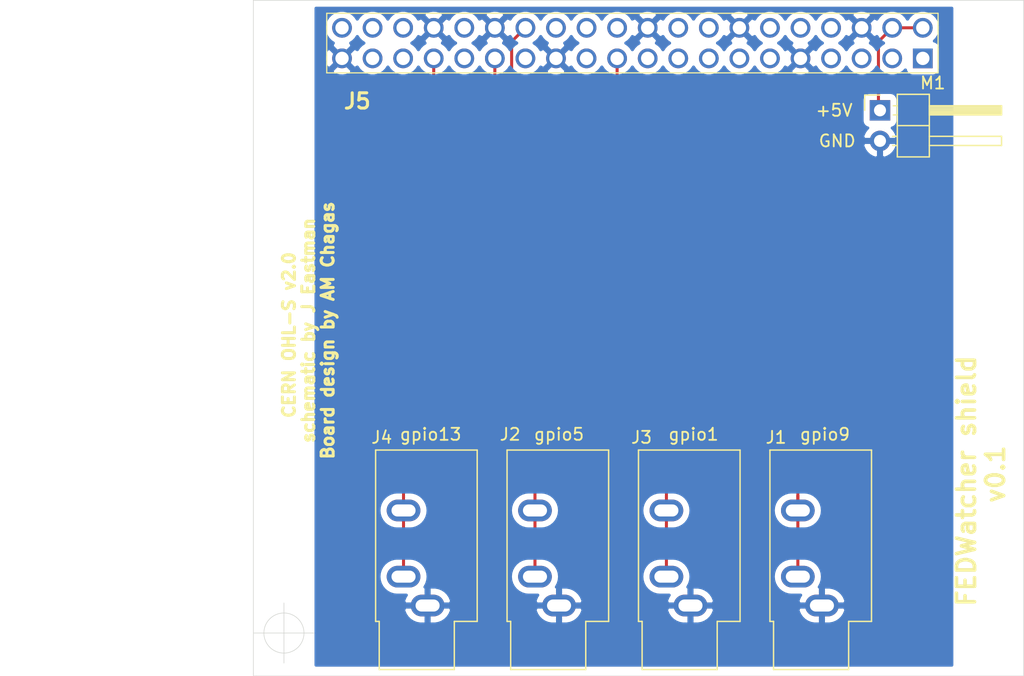
<source format=kicad_pcb>
(kicad_pcb (version 20171130) (host pcbnew 5.1.10-88a1d61d58~90~ubuntu20.04.1)

  (general
    (thickness 1.6)
    (drawings 14)
    (tracks 23)
    (zones 0)
    (modules 6)
    (nets 33)
  )

  (page A4)
  (layers
    (0 F.Cu signal)
    (31 B.Cu signal)
    (32 B.Adhes user)
    (33 F.Adhes user)
    (34 B.Paste user)
    (35 F.Paste user)
    (36 B.SilkS user)
    (37 F.SilkS user)
    (38 B.Mask user)
    (39 F.Mask user)
    (40 Dwgs.User user)
    (41 Cmts.User user)
    (42 Eco1.User user)
    (43 Eco2.User user)
    (44 Edge.Cuts user)
    (45 Margin user)
    (46 B.CrtYd user)
    (47 F.CrtYd user)
    (48 B.Fab user)
    (49 F.Fab user)
  )

  (setup
    (last_trace_width 0.25)
    (trace_clearance 0.2)
    (zone_clearance 0.508)
    (zone_45_only no)
    (trace_min 0.2)
    (via_size 0.8)
    (via_drill 0.4)
    (via_min_size 0.4)
    (via_min_drill 0.3)
    (uvia_size 0.3)
    (uvia_drill 0.1)
    (uvias_allowed no)
    (uvia_min_size 0.2)
    (uvia_min_drill 0.1)
    (edge_width 0.05)
    (segment_width 0.2)
    (pcb_text_width 0.3)
    (pcb_text_size 1.5 1.5)
    (mod_edge_width 0.12)
    (mod_text_size 1 1)
    (mod_text_width 0.15)
    (pad_size 1.524 1.524)
    (pad_drill 0.762)
    (pad_to_mask_clearance 0)
    (aux_axis_origin 0 0)
    (grid_origin 55.118 85.09)
    (visible_elements FFFFFF7F)
    (pcbplotparams
      (layerselection 0x3ffff_ffffffff)
      (usegerberextensions false)
      (usegerberattributes true)
      (usegerberadvancedattributes true)
      (creategerberjobfile true)
      (excludeedgelayer true)
      (linewidth 0.100000)
      (plotframeref false)
      (viasonmask false)
      (mode 1)
      (useauxorigin false)
      (hpglpennumber 1)
      (hpglpenspeed 20)
      (hpglpendiameter 15.000000)
      (psnegative false)
      (psa4output false)
      (plotreference true)
      (plotvalue true)
      (plotinvisibletext false)
      (padsonsilk false)
      (subtractmaskfromsilk false)
      (outputformat 1)
      (mirror false)
      (drillshape 0)
      (scaleselection 1)
      (outputdirectory ""))
  )

  (net 0 "")
  (net 1 jack3)
  (net 2 GND)
  (net 3 jack2)
  (net 4 jack1)
  (net 5 jack4)
  (net 6 "Net-(J5-Pad1)")
  (net 7 +5V)
  (net 8 "Net-(J5-Pad3)")
  (net 9 "Net-(J5-Pad5)")
  (net 10 "Net-(J5-Pad7)")
  (net 11 "Net-(J5-Pad8)")
  (net 12 "Net-(J5-Pad10)")
  (net 13 "Net-(J5-Pad11)")
  (net 14 "Net-(J5-Pad12)")
  (net 15 "Net-(J5-Pad13)")
  (net 16 "Net-(J5-Pad15)")
  (net 17 "Net-(J5-Pad16)")
  (net 18 "Net-(J5-Pad17)")
  (net 19 "Net-(J5-Pad18)")
  (net 20 "Net-(J5-Pad19)")
  (net 21 "Net-(J5-Pad22)")
  (net 22 "Net-(J5-Pad23)")
  (net 23 "Net-(J5-Pad24)")
  (net 24 "Net-(J5-Pad26)")
  (net 25 "Net-(J5-Pad27)")
  (net 26 "Net-(J5-Pad31)")
  (net 27 "Net-(J5-Pad32)")
  (net 28 "Net-(J5-Pad35)")
  (net 29 "Net-(J5-Pad36)")
  (net 30 "Net-(J5-Pad37)")
  (net 31 "Net-(J5-Pad38)")
  (net 32 "Net-(J5-Pad40)")

  (net_class Default "This is the default net class."
    (clearance 0.2)
    (trace_width 0.25)
    (via_dia 0.8)
    (via_drill 0.4)
    (uvia_dia 0.3)
    (uvia_drill 0.1)
    (add_net +5V)
    (add_net GND)
    (add_net "Net-(J5-Pad1)")
    (add_net "Net-(J5-Pad10)")
    (add_net "Net-(J5-Pad11)")
    (add_net "Net-(J5-Pad12)")
    (add_net "Net-(J5-Pad13)")
    (add_net "Net-(J5-Pad15)")
    (add_net "Net-(J5-Pad16)")
    (add_net "Net-(J5-Pad17)")
    (add_net "Net-(J5-Pad18)")
    (add_net "Net-(J5-Pad19)")
    (add_net "Net-(J5-Pad22)")
    (add_net "Net-(J5-Pad23)")
    (add_net "Net-(J5-Pad24)")
    (add_net "Net-(J5-Pad26)")
    (add_net "Net-(J5-Pad27)")
    (add_net "Net-(J5-Pad3)")
    (add_net "Net-(J5-Pad31)")
    (add_net "Net-(J5-Pad32)")
    (add_net "Net-(J5-Pad35)")
    (add_net "Net-(J5-Pad36)")
    (add_net "Net-(J5-Pad37)")
    (add_net "Net-(J5-Pad38)")
    (add_net "Net-(J5-Pad40)")
    (add_net "Net-(J5-Pad5)")
    (add_net "Net-(J5-Pad7)")
    (add_net "Net-(J5-Pad8)")
    (add_net jack1)
    (add_net jack2)
    (add_net jack3)
    (add_net jack4)
  )

  (module Connector_Audio:Jack_3.5mm_CUI_SJ1-3533NG_Horizontal (layer F.Cu) (tedit 5BAD3514) (tstamp 61C0B315)
    (at 99.822 82.804 180)
    (descr "TRS 3.5mm, horizontal, through-hole, https://www.cui.com/product/resource/sj1-353xng.pdf")
    (tags "TRS audio jack stereo horizontal")
    (path /61C53EA3)
    (fp_text reference J1 (at 3.81 13.97) (layer F.SilkS)
      (effects (font (size 1 1) (thickness 0.15)))
    )
    (fp_text value AudioJack3 (at 0.1 14.05) (layer F.Fab)
      (effects (font (size 1 1) (thickness 0.15)))
    )
    (fp_text user %R (at 0.1 3.8) (layer F.Fab)
      (effects (font (size 1 1) (thickness 0.15)))
    )
    (fp_line (start -2.1 -5.2) (end 3.9 -5.2) (layer F.Fab) (width 0.1))
    (fp_line (start 3.9 -5.2) (end 3.9 -1.2) (layer F.Fab) (width 0.1))
    (fp_line (start 3.9 -1.2) (end 4.2 -1.2) (layer F.Fab) (width 0.1))
    (fp_line (start 4.2 -1.2) (end 4.2 12.8) (layer F.Fab) (width 0.1))
    (fp_line (start 4.2 12.8) (end -4 12.8) (layer F.Fab) (width 0.1))
    (fp_line (start -4 12.8) (end -4 -1.2) (layer F.Fab) (width 0.1))
    (fp_line (start -4 -1.2) (end -2.1 -1.2) (layer F.Fab) (width 0.1))
    (fp_line (start -2.1 -1.2) (end -2.1 -5.2) (layer F.Fab) (width 0.1))
    (fp_line (start -2.22 -5.32) (end 4.02 -5.32) (layer F.SilkS) (width 0.12))
    (fp_line (start 4.02 -5.32) (end 4.02 -1.32) (layer F.SilkS) (width 0.12))
    (fp_line (start 4.02 -1.32) (end 4.32 -1.32) (layer F.SilkS) (width 0.12))
    (fp_line (start 4.32 -1.32) (end 4.32 12.92) (layer F.SilkS) (width 0.12))
    (fp_line (start 4.32 12.92) (end -4.12 12.92) (layer F.SilkS) (width 0.12))
    (fp_line (start -4.12 12.92) (end -4.12 -1.32) (layer F.SilkS) (width 0.12))
    (fp_line (start -4.12 -1.32) (end -2.22 -1.32) (layer F.SilkS) (width 0.12))
    (fp_line (start -2.22 -1.32) (end -2.22 -5.32) (layer F.SilkS) (width 0.12))
    (fp_line (start -4.5 -5.7) (end -4.5 13.3) (layer F.CrtYd) (width 0.05))
    (fp_line (start -4.5 13.3) (end 4.7 13.3) (layer F.CrtYd) (width 0.05))
    (fp_line (start 4.7 13.3) (end 4.7 -5.7) (layer F.CrtYd) (width 0.05))
    (fp_line (start 4.7 -5.7) (end -4.5 -5.7) (layer F.CrtYd) (width 0.05))
    (pad R thru_hole oval (at 2 7.9 180) (size 2.8 1.8) (drill oval 2 1) (layers *.Cu *.Mask)
      (net 1 jack3))
    (pad T thru_hole oval (at 2 2.4 180) (size 2.8 1.8) (drill oval 2 1) (layers *.Cu *.Mask)
      (net 1 jack3))
    (pad S thru_hole oval (at 0 0 180) (size 2.8 1.8) (drill oval 2 1) (layers *.Cu *.Mask)
      (net 2 GND))
    (model ${KISYS3DMOD}/Connector_Audio.3dshapes/Jack_3.5mm_CUI_SJ1-3533NG_Horizontal.wrl
      (at (xyz 0 0 0))
      (scale (xyz 1 1 1))
      (rotate (xyz 0 0 0))
    )
  )

  (module Connector_Audio:Jack_3.5mm_CUI_SJ1-3533NG_Horizontal (layer F.Cu) (tedit 5BAD3514) (tstamp 61C0B331)
    (at 77.978 82.804 180)
    (descr "TRS 3.5mm, horizontal, through-hole, https://www.cui.com/product/resource/sj1-353xng.pdf")
    (tags "TRS audio jack stereo horizontal")
    (path /61C546DE)
    (fp_text reference J2 (at 4.064 14.224) (layer F.SilkS)
      (effects (font (size 1 1) (thickness 0.15)))
    )
    (fp_text value AudioJack3 (at -0.709001 4.704999) (layer F.Fab)
      (effects (font (size 1 1) (thickness 0.15)))
    )
    (fp_line (start 4.7 -5.7) (end -4.5 -5.7) (layer F.CrtYd) (width 0.05))
    (fp_line (start 4.7 13.3) (end 4.7 -5.7) (layer F.CrtYd) (width 0.05))
    (fp_line (start -4.5 13.3) (end 4.7 13.3) (layer F.CrtYd) (width 0.05))
    (fp_line (start -4.5 -5.7) (end -4.5 13.3) (layer F.CrtYd) (width 0.05))
    (fp_line (start -2.22 -1.32) (end -2.22 -5.32) (layer F.SilkS) (width 0.12))
    (fp_line (start -4.12 -1.32) (end -2.22 -1.32) (layer F.SilkS) (width 0.12))
    (fp_line (start -4.12 12.92) (end -4.12 -1.32) (layer F.SilkS) (width 0.12))
    (fp_line (start 4.32 12.92) (end -4.12 12.92) (layer F.SilkS) (width 0.12))
    (fp_line (start 4.32 -1.32) (end 4.32 12.92) (layer F.SilkS) (width 0.12))
    (fp_line (start 4.02 -1.32) (end 4.32 -1.32) (layer F.SilkS) (width 0.12))
    (fp_line (start 4.02 -5.32) (end 4.02 -1.32) (layer F.SilkS) (width 0.12))
    (fp_line (start -2.22 -5.32) (end 4.02 -5.32) (layer F.SilkS) (width 0.12))
    (fp_line (start -2.1 -1.2) (end -2.1 -5.2) (layer F.Fab) (width 0.1))
    (fp_line (start -4 -1.2) (end -2.1 -1.2) (layer F.Fab) (width 0.1))
    (fp_line (start -4 12.8) (end -4 -1.2) (layer F.Fab) (width 0.1))
    (fp_line (start 4.2 12.8) (end -4 12.8) (layer F.Fab) (width 0.1))
    (fp_line (start 4.2 -1.2) (end 4.2 12.8) (layer F.Fab) (width 0.1))
    (fp_line (start 3.9 -1.2) (end 4.2 -1.2) (layer F.Fab) (width 0.1))
    (fp_line (start 3.9 -5.2) (end 3.9 -1.2) (layer F.Fab) (width 0.1))
    (fp_line (start -2.1 -5.2) (end 3.9 -5.2) (layer F.Fab) (width 0.1))
    (fp_text user %R (at 0.1 3.8) (layer F.Fab)
      (effects (font (size 1 1) (thickness 0.15)))
    )
    (pad S thru_hole oval (at 0 0 180) (size 2.8 1.8) (drill oval 2 1) (layers *.Cu *.Mask)
      (net 2 GND))
    (pad T thru_hole oval (at 2 2.4 180) (size 2.8 1.8) (drill oval 2 1) (layers *.Cu *.Mask)
      (net 3 jack2))
    (pad R thru_hole oval (at 2 7.9 180) (size 2.8 1.8) (drill oval 2 1) (layers *.Cu *.Mask)
      (net 3 jack2))
    (model ${KISYS3DMOD}/Connector_Audio.3dshapes/Jack_3.5mm_CUI_SJ1-3533NG_Horizontal.wrl
      (at (xyz 0 0 0))
      (scale (xyz 1 1 1))
      (rotate (xyz 0 0 0))
    )
  )

  (module Connector_Audio:Jack_3.5mm_CUI_SJ1-3533NG_Horizontal (layer F.Cu) (tedit 5BAD3514) (tstamp 61C0B34D)
    (at 88.9 82.804 180)
    (descr "TRS 3.5mm, horizontal, through-hole, https://www.cui.com/product/resource/sj1-353xng.pdf")
    (tags "TRS audio jack stereo horizontal")
    (path /61C5505F)
    (fp_text reference J3 (at 4.064 13.97) (layer F.SilkS)
      (effects (font (size 1 1) (thickness 0.15)))
    )
    (fp_text value AudioJack3 (at 0.1 14.05) (layer F.Fab)
      (effects (font (size 1 1) (thickness 0.15)))
    )
    (fp_text user %R (at 0.1 3.8) (layer F.Fab)
      (effects (font (size 1 1) (thickness 0.15)))
    )
    (fp_line (start -2.1 -5.2) (end 3.9 -5.2) (layer F.Fab) (width 0.1))
    (fp_line (start 3.9 -5.2) (end 3.9 -1.2) (layer F.Fab) (width 0.1))
    (fp_line (start 3.9 -1.2) (end 4.2 -1.2) (layer F.Fab) (width 0.1))
    (fp_line (start 4.2 -1.2) (end 4.2 12.8) (layer F.Fab) (width 0.1))
    (fp_line (start 4.2 12.8) (end -4 12.8) (layer F.Fab) (width 0.1))
    (fp_line (start -4 12.8) (end -4 -1.2) (layer F.Fab) (width 0.1))
    (fp_line (start -4 -1.2) (end -2.1 -1.2) (layer F.Fab) (width 0.1))
    (fp_line (start -2.1 -1.2) (end -2.1 -5.2) (layer F.Fab) (width 0.1))
    (fp_line (start -2.22 -5.32) (end 4.02 -5.32) (layer F.SilkS) (width 0.12))
    (fp_line (start 4.02 -5.32) (end 4.02 -1.32) (layer F.SilkS) (width 0.12))
    (fp_line (start 4.02 -1.32) (end 4.32 -1.32) (layer F.SilkS) (width 0.12))
    (fp_line (start 4.32 -1.32) (end 4.32 12.92) (layer F.SilkS) (width 0.12))
    (fp_line (start 4.32 12.92) (end -4.12 12.92) (layer F.SilkS) (width 0.12))
    (fp_line (start -4.12 12.92) (end -4.12 -1.32) (layer F.SilkS) (width 0.12))
    (fp_line (start -4.12 -1.32) (end -2.22 -1.32) (layer F.SilkS) (width 0.12))
    (fp_line (start -2.22 -1.32) (end -2.22 -5.32) (layer F.SilkS) (width 0.12))
    (fp_line (start -4.5 -5.7) (end -4.5 13.3) (layer F.CrtYd) (width 0.05))
    (fp_line (start -4.5 13.3) (end 4.7 13.3) (layer F.CrtYd) (width 0.05))
    (fp_line (start 4.7 13.3) (end 4.7 -5.7) (layer F.CrtYd) (width 0.05))
    (fp_line (start 4.7 -5.7) (end -4.5 -5.7) (layer F.CrtYd) (width 0.05))
    (pad R thru_hole oval (at 2 7.9 180) (size 2.8 1.8) (drill oval 2 1) (layers *.Cu *.Mask)
      (net 4 jack1))
    (pad T thru_hole oval (at 2 2.4 180) (size 2.8 1.8) (drill oval 2 1) (layers *.Cu *.Mask)
      (net 4 jack1))
    (pad S thru_hole oval (at 0 0 180) (size 2.8 1.8) (drill oval 2 1) (layers *.Cu *.Mask)
      (net 2 GND))
    (model ${KISYS3DMOD}/Connector_Audio.3dshapes/Jack_3.5mm_CUI_SJ1-3533NG_Horizontal.wrl
      (at (xyz 0 0 0))
      (scale (xyz 1 1 1))
      (rotate (xyz 0 0 0))
    )
  )

  (module Connector_Audio:Jack_3.5mm_CUI_SJ1-3533NG_Horizontal (layer F.Cu) (tedit 5BAD3514) (tstamp 61C0B369)
    (at 67.056 82.804 180)
    (descr "TRS 3.5mm, horizontal, through-hole, https://www.cui.com/product/resource/sj1-353xng.pdf")
    (tags "TRS audio jack stereo horizontal")
    (path /61C4B35F)
    (fp_text reference J4 (at 3.81 13.97) (layer F.SilkS)
      (effects (font (size 1 1) (thickness 0.15)))
    )
    (fp_text value AudioJack3 (at 0.1 14.05) (layer F.Fab)
      (effects (font (size 1 1) (thickness 0.15)))
    )
    (fp_line (start 4.7 -5.7) (end -4.5 -5.7) (layer F.CrtYd) (width 0.05))
    (fp_line (start 4.7 13.3) (end 4.7 -5.7) (layer F.CrtYd) (width 0.05))
    (fp_line (start -4.5 13.3) (end 4.7 13.3) (layer F.CrtYd) (width 0.05))
    (fp_line (start -4.5 -5.7) (end -4.5 13.3) (layer F.CrtYd) (width 0.05))
    (fp_line (start -2.22 -1.32) (end -2.22 -5.32) (layer F.SilkS) (width 0.12))
    (fp_line (start -4.12 -1.32) (end -2.22 -1.32) (layer F.SilkS) (width 0.12))
    (fp_line (start -4.12 12.92) (end -4.12 -1.32) (layer F.SilkS) (width 0.12))
    (fp_line (start 4.32 12.92) (end -4.12 12.92) (layer F.SilkS) (width 0.12))
    (fp_line (start 4.32 -1.32) (end 4.32 12.92) (layer F.SilkS) (width 0.12))
    (fp_line (start 4.02 -1.32) (end 4.32 -1.32) (layer F.SilkS) (width 0.12))
    (fp_line (start 4.02 -5.32) (end 4.02 -1.32) (layer F.SilkS) (width 0.12))
    (fp_line (start -2.22 -5.32) (end 4.02 -5.32) (layer F.SilkS) (width 0.12))
    (fp_line (start -2.1 -1.2) (end -2.1 -5.2) (layer F.Fab) (width 0.1))
    (fp_line (start -4 -1.2) (end -2.1 -1.2) (layer F.Fab) (width 0.1))
    (fp_line (start -4 12.8) (end -4 -1.2) (layer F.Fab) (width 0.1))
    (fp_line (start 4.2 12.8) (end -4 12.8) (layer F.Fab) (width 0.1))
    (fp_line (start 4.2 -1.2) (end 4.2 12.8) (layer F.Fab) (width 0.1))
    (fp_line (start 3.9 -1.2) (end 4.2 -1.2) (layer F.Fab) (width 0.1))
    (fp_line (start 3.9 -5.2) (end 3.9 -1.2) (layer F.Fab) (width 0.1))
    (fp_line (start -2.1 -5.2) (end 3.9 -5.2) (layer F.Fab) (width 0.1))
    (fp_text user %R (at 0.1 3.8) (layer F.Fab)
      (effects (font (size 1 1) (thickness 0.15)))
    )
    (pad S thru_hole oval (at 0 0 180) (size 2.8 1.8) (drill oval 2 1) (layers *.Cu *.Mask)
      (net 2 GND))
    (pad T thru_hole oval (at 2 2.4 180) (size 2.8 1.8) (drill oval 2 1) (layers *.Cu *.Mask)
      (net 5 jack4))
    (pad R thru_hole oval (at 2 7.9 180) (size 2.8 1.8) (drill oval 2 1) (layers *.Cu *.Mask)
      (net 5 jack4))
    (model ${KISYS3DMOD}/Connector_Audio.3dshapes/Jack_3.5mm_CUI_SJ1-3533NG_Horizontal.wrl
      (at (xyz 0 0 0))
      (scale (xyz 1 1 1))
      (rotate (xyz 0 0 0))
    )
  )

  (module raspberrypi:RASPBERRYPI4B4GB (layer F.Cu) (tedit 0) (tstamp 61C0B3B2)
    (at 108.204 37.338)
    (descr "RASPBERRY PI 4B/4GB")
    (tags Connector)
    (path /61C0945B)
    (fp_text reference J5 (at -46.99 3.556) (layer F.SilkS)
      (effects (font (size 1.27 1.27) (thickness 0.254)))
    )
    (fp_text value RASPBERRY_PI_4B_+_Samtec_ESP-120-33-G-D (at -34.13 23.23) (layer F.SilkS) hide
      (effects (font (size 1.27 1.27) (thickness 0.254)))
    )
    (fp_line (start -76.63 48.23) (end -76.63 -1.77) (layer F.CrtYd) (width 0.1))
    (fp_line (start -73.63 51.23) (end -73.63 51.23) (layer F.CrtYd) (width 0.1))
    (fp_line (start 5.37 51.23) (end -73.63 51.23) (layer F.CrtYd) (width 0.1))
    (fp_line (start 8.37 48.23) (end 8.37 48.23) (layer F.CrtYd) (width 0.1))
    (fp_line (start 8.37 -1.77) (end 8.37 48.23) (layer F.CrtYd) (width 0.1))
    (fp_line (start 5.37 -4.77) (end 5.37 -4.77) (layer F.CrtYd) (width 0.1))
    (fp_line (start -73.63 -4.77) (end 5.37 -4.77) (layer F.CrtYd) (width 0.1))
    (fp_line (start -76.63 -1.77) (end -76.63 -1.77) (layer F.CrtYd) (width 0.1))
    (fp_line (start 0 0) (end 0 0) (layer F.SilkS) (width 0.1))
    (fp_line (start 0 0) (end 0 0) (layer F.SilkS) (width 0.1))
    (fp_line (start 0 0) (end 0 0) (layer F.SilkS) (width 0.1))
    (fp_line (start 0 0) (end 0 0) (layer F.SilkS) (width 0.1))
    (fp_line (start -49.53 1.205) (end -49.53 -3.745) (layer F.SilkS) (width 0.1))
    (fp_line (start 1.27 1.205) (end -49.53 1.205) (layer F.SilkS) (width 0.1))
    (fp_line (start 1.27 -3.745) (end 1.27 1.205) (layer F.SilkS) (width 0.1))
    (fp_line (start -49.53 -3.745) (end 1.27 -3.745) (layer F.SilkS) (width 0.1))
    (fp_line (start 1.27 1.205) (end 1.27 -3.745) (layer F.Fab) (width 0.2))
    (fp_line (start -49.53 1.205) (end 1.27 1.205) (layer F.Fab) (width 0.2))
    (fp_line (start -49.53 -3.745) (end -49.53 1.205) (layer F.Fab) (width 0.2))
    (fp_line (start 1.27 -3.745) (end -49.53 -3.745) (layer F.Fab) (width 0.2))
    (fp_text user %R (at -34.13 23.23) (layer F.Fab)
      (effects (font (size 1.27 1.27) (thickness 0.254)))
    )
    (fp_arc (start -73.63 -1.77) (end -76.63 -1.77) (angle 90) (layer F.CrtYd) (width 0.1))
    (fp_arc (start 5.37 -1.77) (end 5.37 -4.77) (angle 90) (layer F.CrtYd) (width 0.1))
    (fp_arc (start 5.37 48.23) (end 8.37 48.23) (angle 90) (layer F.CrtYd) (width 0.1))
    (fp_arc (start -73.63 48.23) (end -73.63 51.23) (angle 90) (layer F.CrtYd) (width 0.1))
    (pad 1 thru_hole rect (at 0 0) (size 1.64 1.64) (drill 1.11) (layers *.Cu *.Mask)
      (net 6 "Net-(J5-Pad1)"))
    (pad 2 thru_hole circle (at 0 -2.54) (size 1.64 1.64) (drill 1.11) (layers *.Cu *.Mask)
      (net 7 +5V))
    (pad 3 thru_hole circle (at -2.54 0) (size 1.64 1.64) (drill 1.11) (layers *.Cu *.Mask)
      (net 8 "Net-(J5-Pad3)"))
    (pad 4 thru_hole circle (at -2.54 -2.54) (size 1.64 1.64) (drill 1.11) (layers *.Cu *.Mask)
      (net 7 +5V))
    (pad 5 thru_hole circle (at -5.08 0) (size 1.64 1.64) (drill 1.11) (layers *.Cu *.Mask)
      (net 9 "Net-(J5-Pad5)"))
    (pad 6 thru_hole circle (at -5.08 -2.54) (size 1.64 1.64) (drill 1.11) (layers *.Cu *.Mask)
      (net 2 GND))
    (pad 7 thru_hole circle (at -7.62 0) (size 1.64 1.64) (drill 1.11) (layers *.Cu *.Mask)
      (net 10 "Net-(J5-Pad7)"))
    (pad 8 thru_hole circle (at -7.62 -2.54) (size 1.64 1.64) (drill 1.11) (layers *.Cu *.Mask)
      (net 11 "Net-(J5-Pad8)"))
    (pad 9 thru_hole circle (at -10.16 0) (size 1.64 1.64) (drill 1.11) (layers *.Cu *.Mask)
      (net 2 GND))
    (pad 10 thru_hole circle (at -10.16 -2.54) (size 1.64 1.64) (drill 1.11) (layers *.Cu *.Mask)
      (net 12 "Net-(J5-Pad10)"))
    (pad 11 thru_hole circle (at -12.7 0) (size 1.64 1.64) (drill 1.11) (layers *.Cu *.Mask)
      (net 13 "Net-(J5-Pad11)"))
    (pad 12 thru_hole circle (at -12.7 -2.54) (size 1.64 1.64) (drill 1.11) (layers *.Cu *.Mask)
      (net 14 "Net-(J5-Pad12)"))
    (pad 13 thru_hole circle (at -15.24 0) (size 1.64 1.64) (drill 1.11) (layers *.Cu *.Mask)
      (net 15 "Net-(J5-Pad13)"))
    (pad 14 thru_hole circle (at -15.24 -2.54) (size 1.64 1.64) (drill 1.11) (layers *.Cu *.Mask)
      (net 2 GND))
    (pad 15 thru_hole circle (at -17.78 0) (size 1.64 1.64) (drill 1.11) (layers *.Cu *.Mask)
      (net 16 "Net-(J5-Pad15)"))
    (pad 16 thru_hole circle (at -17.78 -2.54) (size 1.64 1.64) (drill 1.11) (layers *.Cu *.Mask)
      (net 17 "Net-(J5-Pad16)"))
    (pad 17 thru_hole circle (at -20.32 0) (size 1.64 1.64) (drill 1.11) (layers *.Cu *.Mask)
      (net 18 "Net-(J5-Pad17)"))
    (pad 18 thru_hole circle (at -20.32 -2.54) (size 1.64 1.64) (drill 1.11) (layers *.Cu *.Mask)
      (net 19 "Net-(J5-Pad18)"))
    (pad 19 thru_hole circle (at -22.86 0) (size 1.64 1.64) (drill 1.11) (layers *.Cu *.Mask)
      (net 20 "Net-(J5-Pad19)"))
    (pad 20 thru_hole circle (at -22.86 -2.54) (size 1.64 1.64) (drill 1.11) (layers *.Cu *.Mask)
      (net 2 GND))
    (pad 21 thru_hole circle (at -25.4 0) (size 1.64 1.64) (drill 1.11) (layers *.Cu *.Mask)
      (net 1 jack3))
    (pad 22 thru_hole circle (at -25.4 -2.54) (size 1.64 1.64) (drill 1.11) (layers *.Cu *.Mask)
      (net 21 "Net-(J5-Pad22)"))
    (pad 23 thru_hole circle (at -27.94 0) (size 1.64 1.64) (drill 1.11) (layers *.Cu *.Mask)
      (net 22 "Net-(J5-Pad23)"))
    (pad 24 thru_hole circle (at -27.94 -2.54) (size 1.64 1.64) (drill 1.11) (layers *.Cu *.Mask)
      (net 23 "Net-(J5-Pad24)"))
    (pad 25 thru_hole circle (at -30.48 0) (size 1.64 1.64) (drill 1.11) (layers *.Cu *.Mask)
      (net 2 GND))
    (pad 26 thru_hole circle (at -30.48 -2.54) (size 1.64 1.64) (drill 1.11) (layers *.Cu *.Mask)
      (net 24 "Net-(J5-Pad26)"))
    (pad 27 thru_hole circle (at -33.02 0) (size 1.64 1.64) (drill 1.11) (layers *.Cu *.Mask)
      (net 25 "Net-(J5-Pad27)"))
    (pad 28 thru_hole circle (at -33.02 -2.54) (size 1.64 1.64) (drill 1.11) (layers *.Cu *.Mask)
      (net 4 jack1))
    (pad 29 thru_hole circle (at -35.56 0) (size 1.64 1.64) (drill 1.11) (layers *.Cu *.Mask)
      (net 3 jack2))
    (pad 30 thru_hole circle (at -35.56 -2.54) (size 1.64 1.64) (drill 1.11) (layers *.Cu *.Mask)
      (net 2 GND))
    (pad 31 thru_hole circle (at -38.1 0) (size 1.64 1.64) (drill 1.11) (layers *.Cu *.Mask)
      (net 26 "Net-(J5-Pad31)"))
    (pad 32 thru_hole circle (at -38.1 -2.54) (size 1.64 1.64) (drill 1.11) (layers *.Cu *.Mask)
      (net 27 "Net-(J5-Pad32)"))
    (pad 33 thru_hole circle (at -40.64 0) (size 1.64 1.64) (drill 1.11) (layers *.Cu *.Mask)
      (net 5 jack4))
    (pad 34 thru_hole circle (at -40.64 -2.54) (size 1.64 1.64) (drill 1.11) (layers *.Cu *.Mask)
      (net 2 GND))
    (pad 35 thru_hole circle (at -43.18 0) (size 1.64 1.64) (drill 1.11) (layers *.Cu *.Mask)
      (net 28 "Net-(J5-Pad35)"))
    (pad 36 thru_hole circle (at -43.18 -2.54) (size 1.64 1.64) (drill 1.11) (layers *.Cu *.Mask)
      (net 29 "Net-(J5-Pad36)"))
    (pad 37 thru_hole circle (at -45.72 0) (size 1.64 1.64) (drill 1.11) (layers *.Cu *.Mask)
      (net 30 "Net-(J5-Pad37)"))
    (pad 38 thru_hole circle (at -45.72 -2.54) (size 1.64 1.64) (drill 1.11) (layers *.Cu *.Mask)
      (net 31 "Net-(J5-Pad38)"))
    (pad 39 thru_hole circle (at -48.26 0) (size 1.64 1.64) (drill 1.11) (layers *.Cu *.Mask)
      (net 2 GND))
    (pad 40 thru_hole circle (at -48.26 -2.54) (size 1.64 1.64) (drill 1.11) (layers *.Cu *.Mask)
      (net 32 "Net-(J5-Pad40)"))
    (pad 41 np_thru_hole circle (at 4.87 -1.27) (size 2.7 0) (drill 2.7) (layers *.Cu *.Mask))
    (pad 42 np_thru_hole circle (at -53.13 -1.27) (size 2.7 0) (drill 2.7) (layers *.Cu *.Mask))
    (pad 43 np_thru_hole circle (at -53.13 47.73) (size 2.7 0) (drill 2.7) (layers *.Cu *.Mask))
    (pad 44 np_thru_hole circle (at 4.87 47.73) (size 2.7 0) (drill 2.7) (layers *.Cu *.Mask))
    (model RASPBERRY_PI_4B_+_Samtec_ESP-120-33-G-D.stp
      (offset (xyz -34.13759943237211 -23.21559871139521 19.53199929467141))
      (scale (xyz 1 1 1))
      (rotate (xyz 90 0 -180))
    )
  )

  (module Connector_PinHeader_2.54mm:PinHeader_1x02_P2.54mm_Horizontal (layer F.Cu) (tedit 59FED5CB) (tstamp 61C0B3E5)
    (at 104.648 41.656)
    (descr "Through hole angled pin header, 1x02, 2.54mm pitch, 6mm pin length, single row")
    (tags "Through hole angled pin header THT 1x02 2.54mm single row")
    (path /61BD2C88)
    (fp_text reference M1 (at 4.385 -2.27) (layer F.SilkS)
      (effects (font (size 1 1) (thickness 0.15)))
    )
    (fp_text value Fan (at 4.385 4.81) (layer F.Fab)
      (effects (font (size 1 1) (thickness 0.15)))
    )
    (fp_line (start 10.55 -1.8) (end -1.8 -1.8) (layer F.CrtYd) (width 0.05))
    (fp_line (start 10.55 4.35) (end 10.55 -1.8) (layer F.CrtYd) (width 0.05))
    (fp_line (start -1.8 4.35) (end 10.55 4.35) (layer F.CrtYd) (width 0.05))
    (fp_line (start -1.8 -1.8) (end -1.8 4.35) (layer F.CrtYd) (width 0.05))
    (fp_line (start -1.27 -1.27) (end 0 -1.27) (layer F.SilkS) (width 0.12))
    (fp_line (start -1.27 0) (end -1.27 -1.27) (layer F.SilkS) (width 0.12))
    (fp_line (start 1.042929 2.92) (end 1.44 2.92) (layer F.SilkS) (width 0.12))
    (fp_line (start 1.042929 2.16) (end 1.44 2.16) (layer F.SilkS) (width 0.12))
    (fp_line (start 10.1 2.92) (end 4.1 2.92) (layer F.SilkS) (width 0.12))
    (fp_line (start 10.1 2.16) (end 10.1 2.92) (layer F.SilkS) (width 0.12))
    (fp_line (start 4.1 2.16) (end 10.1 2.16) (layer F.SilkS) (width 0.12))
    (fp_line (start 1.44 1.27) (end 4.1 1.27) (layer F.SilkS) (width 0.12))
    (fp_line (start 1.11 0.38) (end 1.44 0.38) (layer F.SilkS) (width 0.12))
    (fp_line (start 1.11 -0.38) (end 1.44 -0.38) (layer F.SilkS) (width 0.12))
    (fp_line (start 4.1 0.28) (end 10.1 0.28) (layer F.SilkS) (width 0.12))
    (fp_line (start 4.1 0.16) (end 10.1 0.16) (layer F.SilkS) (width 0.12))
    (fp_line (start 4.1 0.04) (end 10.1 0.04) (layer F.SilkS) (width 0.12))
    (fp_line (start 4.1 -0.08) (end 10.1 -0.08) (layer F.SilkS) (width 0.12))
    (fp_line (start 4.1 -0.2) (end 10.1 -0.2) (layer F.SilkS) (width 0.12))
    (fp_line (start 4.1 -0.32) (end 10.1 -0.32) (layer F.SilkS) (width 0.12))
    (fp_line (start 10.1 0.38) (end 4.1 0.38) (layer F.SilkS) (width 0.12))
    (fp_line (start 10.1 -0.38) (end 10.1 0.38) (layer F.SilkS) (width 0.12))
    (fp_line (start 4.1 -0.38) (end 10.1 -0.38) (layer F.SilkS) (width 0.12))
    (fp_line (start 4.1 -1.33) (end 1.44 -1.33) (layer F.SilkS) (width 0.12))
    (fp_line (start 4.1 3.87) (end 4.1 -1.33) (layer F.SilkS) (width 0.12))
    (fp_line (start 1.44 3.87) (end 4.1 3.87) (layer F.SilkS) (width 0.12))
    (fp_line (start 1.44 -1.33) (end 1.44 3.87) (layer F.SilkS) (width 0.12))
    (fp_line (start 4.04 2.86) (end 10.04 2.86) (layer F.Fab) (width 0.1))
    (fp_line (start 10.04 2.22) (end 10.04 2.86) (layer F.Fab) (width 0.1))
    (fp_line (start 4.04 2.22) (end 10.04 2.22) (layer F.Fab) (width 0.1))
    (fp_line (start -0.32 2.86) (end 1.5 2.86) (layer F.Fab) (width 0.1))
    (fp_line (start -0.32 2.22) (end -0.32 2.86) (layer F.Fab) (width 0.1))
    (fp_line (start -0.32 2.22) (end 1.5 2.22) (layer F.Fab) (width 0.1))
    (fp_line (start 4.04 0.32) (end 10.04 0.32) (layer F.Fab) (width 0.1))
    (fp_line (start 10.04 -0.32) (end 10.04 0.32) (layer F.Fab) (width 0.1))
    (fp_line (start 4.04 -0.32) (end 10.04 -0.32) (layer F.Fab) (width 0.1))
    (fp_line (start -0.32 0.32) (end 1.5 0.32) (layer F.Fab) (width 0.1))
    (fp_line (start -0.32 -0.32) (end -0.32 0.32) (layer F.Fab) (width 0.1))
    (fp_line (start -0.32 -0.32) (end 1.5 -0.32) (layer F.Fab) (width 0.1))
    (fp_line (start 1.5 -0.635) (end 2.135 -1.27) (layer F.Fab) (width 0.1))
    (fp_line (start 1.5 3.81) (end 1.5 -0.635) (layer F.Fab) (width 0.1))
    (fp_line (start 4.04 3.81) (end 1.5 3.81) (layer F.Fab) (width 0.1))
    (fp_line (start 4.04 -1.27) (end 4.04 3.81) (layer F.Fab) (width 0.1))
    (fp_line (start 2.135 -1.27) (end 4.04 -1.27) (layer F.Fab) (width 0.1))
    (fp_text user %R (at 4.318 0.508 90) (layer F.Fab)
      (effects (font (size 1 1) (thickness 0.15)))
    )
    (pad 1 thru_hole rect (at 0 0) (size 1.7 1.7) (drill 1) (layers *.Cu *.Mask)
      (net 7 +5V))
    (pad 2 thru_hole oval (at 0 2.54) (size 1.7 1.7) (drill 1) (layers *.Cu *.Mask)
      (net 2 GND))
    (model ${KISYS3DMOD}/Connector_PinHeader_2.54mm.3dshapes/PinHeader_1x02_P2.54mm_Horizontal.wrl
      (at (xyz 0 0 0))
      (scale (xyz 1 1 1))
      (rotate (xyz 0 0 0))
    )
  )

  (gr_text "CERN OHL-S v2.0 \nschematic by J Eastman\nBoard design by AM Chagas" (at 57.15 59.944 90) (layer F.SilkS) (tstamp 61C0F68B)
    (effects (font (size 1 1) (thickness 0.25)))
  )
  (gr_text "GND\n" (at 101.092 44.196) (layer F.SilkS)
    (effects (font (size 1 1) (thickness 0.15)))
  )
  (gr_text +5V (at 100.838 41.656) (layer F.SilkS)
    (effects (font (size 1 1) (thickness 0.15)))
  )
  (gr_text "FEDWatcher shield \nv0.1" (at 113.03 71.882 90) (layer F.SilkS)
    (effects (font (size 1.5 1.5) (thickness 0.3)))
  )
  (gr_text gpio9 (at 100.076 68.58) (layer F.SilkS)
    (effects (font (size 1 1) (thickness 0.15)))
  )
  (gr_text gpio13 (at 67.31 68.58) (layer F.SilkS)
    (effects (font (size 1 1) (thickness 0.15)))
  )
  (gr_text "gpio5\n" (at 77.978 68.58) (layer F.SilkS)
    (effects (font (size 1 1) (thickness 0.15)))
  )
  (gr_text gpio1 (at 89.154 68.58) (layer F.SilkS)
    (effects (font (size 1 1) (thickness 0.15)))
  )
  (gr_line (start 52.578 88.646) (end 52.832 88.646) (layer Edge.Cuts) (width 0.05) (tstamp 61C0CC19))
  (gr_line (start 52.578 88.646) (end 52.578 32.512) (layer Edge.Cuts) (width 0.05))
  (gr_line (start 116.586 88.646) (end 52.832 88.646) (layer Edge.Cuts) (width 0.05))
  (gr_line (start 116.586 32.512) (end 116.586 88.646) (layer Edge.Cuts) (width 0.05))
  (gr_line (start 52.578 32.512) (end 116.586 32.512) (layer Edge.Cuts) (width 0.05))
  (target plus (at 55.118 85.09) (size 5) (width 0.05) (layer Edge.Cuts))

  (segment (start 82.804 58.362) (end 97.822 73.38) (width 0.25) (layer F.Cu) (net 1))
  (segment (start 82.804 37.338) (end 82.804 58.362) (width 0.25) (layer F.Cu) (net 1))
  (segment (start 97.822 78.88) (end 97.822 80.404) (width 0.25) (layer F.Cu) (net 1))
  (segment (start 97.822 74.904) (end 97.822 73.692) (width 0.25) (layer F.Cu) (net 1))
  (segment (start 97.822 73.692) (end 97.822 78.88) (width 0.25) (layer F.Cu) (net 1))
  (segment (start 97.822 73.38) (end 97.822 73.692) (width 0.25) (layer F.Cu) (net 1))
  (segment (start 72.644 70.046) (end 75.978 73.38) (width 0.25) (layer F.Cu) (net 3))
  (segment (start 72.644 37.338) (end 72.644 70.046) (width 0.25) (layer F.Cu) (net 3))
  (segment (start 75.978 78.88) (end 75.978 73.38) (width 0.25) (layer F.Cu) (net 3))
  (segment (start 75.978 78.88) (end 75.978 80.404) (width 0.25) (layer F.Cu) (net 3))
  (segment (start 74.038999 60.518999) (end 86.9 73.38) (width 0.25) (layer F.Cu) (net 4))
  (segment (start 74.038999 35.943001) (end 74.038999 60.518999) (width 0.25) (layer F.Cu) (net 4))
  (segment (start 75.184 34.798) (end 74.038999 35.943001) (width 0.25) (layer F.Cu) (net 4))
  (segment (start 86.9 73.38) (end 86.9 78.88) (width 0.25) (layer F.Cu) (net 4))
  (segment (start 86.9 78.88) (end 86.9 80.404) (width 0.25) (layer F.Cu) (net 4))
  (segment (start 67.564 70.872) (end 65.056 73.38) (width 0.25) (layer F.Cu) (net 5))
  (segment (start 67.564 37.338) (end 67.564 70.872) (width 0.25) (layer F.Cu) (net 5))
  (segment (start 65.056 73.38) (end 65.056 78.88) (width 0.25) (layer F.Cu) (net 5))
  (segment (start 65.056 78.88) (end 65.056 80.404) (width 0.25) (layer F.Cu) (net 5))
  (segment (start 105.664 34.798) (end 108.204 34.798) (width 0.25) (layer F.Cu) (net 7))
  (segment (start 104.518999 41.526999) (end 104.648 41.656) (width 0.25) (layer F.Cu) (net 7))
  (segment (start 104.518999 35.943001) (end 104.518999 41.526999) (width 0.25) (layer F.Cu) (net 7))
  (segment (start 105.664 34.798) (end 104.518999 35.943001) (width 0.25) (layer F.Cu) (net 7))

  (zone (net 2) (net_name GND) (layer B.Cu) (tstamp 61C0FFDD) (hatch edge 0.508)
    (connect_pads (clearance 0.508))
    (min_thickness 0.254)
    (fill yes (arc_segments 32) (thermal_gap 0.508) (thermal_bridge_width 0.508))
    (polygon
      (pts
        (xy 110.744 87.884) (xy 57.658 87.884) (xy 57.658 33.02) (xy 110.744 33.02)
      )
    )
    (filled_polygon
      (pts
        (xy 110.617 87.757) (xy 57.785 87.757) (xy 57.785 83.16874) (xy 65.064964 83.16874) (xy 65.089245 83.274087)
        (xy 65.209138 83.551204) (xy 65.38079 83.799606) (xy 65.597604 84.009748) (xy 65.851249 84.173554) (xy 66.131977 84.284729)
        (xy 66.429 84.339) (xy 66.929 84.339) (xy 66.929 82.931) (xy 67.183 82.931) (xy 67.183 84.339)
        (xy 67.683 84.339) (xy 67.980023 84.284729) (xy 68.260751 84.173554) (xy 68.514396 84.009748) (xy 68.73121 83.799606)
        (xy 68.902862 83.551204) (xy 69.022755 83.274087) (xy 69.047036 83.16874) (xy 75.986964 83.16874) (xy 76.011245 83.274087)
        (xy 76.131138 83.551204) (xy 76.30279 83.799606) (xy 76.519604 84.009748) (xy 76.773249 84.173554) (xy 77.053977 84.284729)
        (xy 77.351 84.339) (xy 77.851 84.339) (xy 77.851 82.931) (xy 78.105 82.931) (xy 78.105 84.339)
        (xy 78.605 84.339) (xy 78.902023 84.284729) (xy 79.182751 84.173554) (xy 79.436396 84.009748) (xy 79.65321 83.799606)
        (xy 79.824862 83.551204) (xy 79.944755 83.274087) (xy 79.969036 83.16874) (xy 86.908964 83.16874) (xy 86.933245 83.274087)
        (xy 87.053138 83.551204) (xy 87.22479 83.799606) (xy 87.441604 84.009748) (xy 87.695249 84.173554) (xy 87.975977 84.284729)
        (xy 88.273 84.339) (xy 88.773 84.339) (xy 88.773 82.931) (xy 89.027 82.931) (xy 89.027 84.339)
        (xy 89.527 84.339) (xy 89.824023 84.284729) (xy 90.104751 84.173554) (xy 90.358396 84.009748) (xy 90.57521 83.799606)
        (xy 90.746862 83.551204) (xy 90.866755 83.274087) (xy 90.891036 83.16874) (xy 97.830964 83.16874) (xy 97.855245 83.274087)
        (xy 97.975138 83.551204) (xy 98.14679 83.799606) (xy 98.363604 84.009748) (xy 98.617249 84.173554) (xy 98.897977 84.284729)
        (xy 99.195 84.339) (xy 99.695 84.339) (xy 99.695 82.931) (xy 99.949 82.931) (xy 99.949 84.339)
        (xy 100.449 84.339) (xy 100.746023 84.284729) (xy 101.026751 84.173554) (xy 101.280396 84.009748) (xy 101.49721 83.799606)
        (xy 101.668862 83.551204) (xy 101.788755 83.274087) (xy 101.813036 83.16874) (xy 101.692378 82.931) (xy 99.949 82.931)
        (xy 99.695 82.931) (xy 97.951622 82.931) (xy 97.830964 83.16874) (xy 90.891036 83.16874) (xy 90.770378 82.931)
        (xy 89.027 82.931) (xy 88.773 82.931) (xy 87.029622 82.931) (xy 86.908964 83.16874) (xy 79.969036 83.16874)
        (xy 79.848378 82.931) (xy 78.105 82.931) (xy 77.851 82.931) (xy 76.107622 82.931) (xy 75.986964 83.16874)
        (xy 69.047036 83.16874) (xy 68.926378 82.931) (xy 67.183 82.931) (xy 66.929 82.931) (xy 65.185622 82.931)
        (xy 65.064964 83.16874) (xy 57.785 83.16874) (xy 57.785 80.404) (xy 63.013573 80.404) (xy 63.04321 80.704913)
        (xy 63.130983 80.994261) (xy 63.273519 81.260927) (xy 63.465339 81.494661) (xy 63.699073 81.686481) (xy 63.965739 81.829017)
        (xy 64.255087 81.91679) (xy 64.480592 81.939) (xy 65.290538 81.939) (xy 65.209138 82.056796) (xy 65.089245 82.333913)
        (xy 65.064964 82.43926) (xy 65.185622 82.677) (xy 66.929 82.677) (xy 66.929 81.269) (xy 67.183 81.269)
        (xy 67.183 82.677) (xy 68.926378 82.677) (xy 69.047036 82.43926) (xy 69.022755 82.333913) (xy 68.902862 82.056796)
        (xy 68.73121 81.808394) (xy 68.514396 81.598252) (xy 68.260751 81.434446) (xy 67.980023 81.323271) (xy 67.683 81.269)
        (xy 67.183 81.269) (xy 66.929 81.269) (xy 66.831856 81.269) (xy 66.838481 81.260927) (xy 66.981017 80.994261)
        (xy 67.06879 80.704913) (xy 67.098427 80.404) (xy 73.935573 80.404) (xy 73.96521 80.704913) (xy 74.052983 80.994261)
        (xy 74.195519 81.260927) (xy 74.387339 81.494661) (xy 74.621073 81.686481) (xy 74.887739 81.829017) (xy 75.177087 81.91679)
        (xy 75.402592 81.939) (xy 76.212538 81.939) (xy 76.131138 82.056796) (xy 76.011245 82.333913) (xy 75.986964 82.43926)
        (xy 76.107622 82.677) (xy 77.851 82.677) (xy 77.851 81.269) (xy 78.105 81.269) (xy 78.105 82.677)
        (xy 79.848378 82.677) (xy 79.969036 82.43926) (xy 79.944755 82.333913) (xy 79.824862 82.056796) (xy 79.65321 81.808394)
        (xy 79.436396 81.598252) (xy 79.182751 81.434446) (xy 78.902023 81.323271) (xy 78.605 81.269) (xy 78.105 81.269)
        (xy 77.851 81.269) (xy 77.753856 81.269) (xy 77.760481 81.260927) (xy 77.903017 80.994261) (xy 77.99079 80.704913)
        (xy 78.020427 80.404) (xy 84.857573 80.404) (xy 84.88721 80.704913) (xy 84.974983 80.994261) (xy 85.117519 81.260927)
        (xy 85.309339 81.494661) (xy 85.543073 81.686481) (xy 85.809739 81.829017) (xy 86.099087 81.91679) (xy 86.324592 81.939)
        (xy 87.134538 81.939) (xy 87.053138 82.056796) (xy 86.933245 82.333913) (xy 86.908964 82.43926) (xy 87.029622 82.677)
        (xy 88.773 82.677) (xy 88.773 81.269) (xy 89.027 81.269) (xy 89.027 82.677) (xy 90.770378 82.677)
        (xy 90.891036 82.43926) (xy 90.866755 82.333913) (xy 90.746862 82.056796) (xy 90.57521 81.808394) (xy 90.358396 81.598252)
        (xy 90.104751 81.434446) (xy 89.824023 81.323271) (xy 89.527 81.269) (xy 89.027 81.269) (xy 88.773 81.269)
        (xy 88.675856 81.269) (xy 88.682481 81.260927) (xy 88.825017 80.994261) (xy 88.91279 80.704913) (xy 88.942427 80.404)
        (xy 95.779573 80.404) (xy 95.80921 80.704913) (xy 95.896983 80.994261) (xy 96.039519 81.260927) (xy 96.231339 81.494661)
        (xy 96.465073 81.686481) (xy 96.731739 81.829017) (xy 97.021087 81.91679) (xy 97.246592 81.939) (xy 98.056538 81.939)
        (xy 97.975138 82.056796) (xy 97.855245 82.333913) (xy 97.830964 82.43926) (xy 97.951622 82.677) (xy 99.695 82.677)
        (xy 99.695 81.269) (xy 99.949 81.269) (xy 99.949 82.677) (xy 101.692378 82.677) (xy 101.813036 82.43926)
        (xy 101.788755 82.333913) (xy 101.668862 82.056796) (xy 101.49721 81.808394) (xy 101.280396 81.598252) (xy 101.026751 81.434446)
        (xy 100.746023 81.323271) (xy 100.449 81.269) (xy 99.949 81.269) (xy 99.695 81.269) (xy 99.597856 81.269)
        (xy 99.604481 81.260927) (xy 99.747017 80.994261) (xy 99.83479 80.704913) (xy 99.864427 80.404) (xy 99.83479 80.103087)
        (xy 99.747017 79.813739) (xy 99.604481 79.547073) (xy 99.412661 79.313339) (xy 99.178927 79.121519) (xy 98.912261 78.978983)
        (xy 98.622913 78.89121) (xy 98.397408 78.869) (xy 97.246592 78.869) (xy 97.021087 78.89121) (xy 96.731739 78.978983)
        (xy 96.465073 79.121519) (xy 96.231339 79.313339) (xy 96.039519 79.547073) (xy 95.896983 79.813739) (xy 95.80921 80.103087)
        (xy 95.779573 80.404) (xy 88.942427 80.404) (xy 88.91279 80.103087) (xy 88.825017 79.813739) (xy 88.682481 79.547073)
        (xy 88.490661 79.313339) (xy 88.256927 79.121519) (xy 87.990261 78.978983) (xy 87.700913 78.89121) (xy 87.475408 78.869)
        (xy 86.324592 78.869) (xy 86.099087 78.89121) (xy 85.809739 78.978983) (xy 85.543073 79.121519) (xy 85.309339 79.313339)
        (xy 85.117519 79.547073) (xy 84.974983 79.813739) (xy 84.88721 80.103087) (xy 84.857573 80.404) (xy 78.020427 80.404)
        (xy 77.99079 80.103087) (xy 77.903017 79.813739) (xy 77.760481 79.547073) (xy 77.568661 79.313339) (xy 77.334927 79.121519)
        (xy 77.068261 78.978983) (xy 76.778913 78.89121) (xy 76.553408 78.869) (xy 75.402592 78.869) (xy 75.177087 78.89121)
        (xy 74.887739 78.978983) (xy 74.621073 79.121519) (xy 74.387339 79.313339) (xy 74.195519 79.547073) (xy 74.052983 79.813739)
        (xy 73.96521 80.103087) (xy 73.935573 80.404) (xy 67.098427 80.404) (xy 67.06879 80.103087) (xy 66.981017 79.813739)
        (xy 66.838481 79.547073) (xy 66.646661 79.313339) (xy 66.412927 79.121519) (xy 66.146261 78.978983) (xy 65.856913 78.89121)
        (xy 65.631408 78.869) (xy 64.480592 78.869) (xy 64.255087 78.89121) (xy 63.965739 78.978983) (xy 63.699073 79.121519)
        (xy 63.465339 79.313339) (xy 63.273519 79.547073) (xy 63.130983 79.813739) (xy 63.04321 80.103087) (xy 63.013573 80.404)
        (xy 57.785 80.404) (xy 57.785 74.904) (xy 63.013573 74.904) (xy 63.04321 75.204913) (xy 63.130983 75.494261)
        (xy 63.273519 75.760927) (xy 63.465339 75.994661) (xy 63.699073 76.186481) (xy 63.965739 76.329017) (xy 64.255087 76.41679)
        (xy 64.480592 76.439) (xy 65.631408 76.439) (xy 65.856913 76.41679) (xy 66.146261 76.329017) (xy 66.412927 76.186481)
        (xy 66.646661 75.994661) (xy 66.838481 75.760927) (xy 66.981017 75.494261) (xy 67.06879 75.204913) (xy 67.098427 74.904)
        (xy 73.935573 74.904) (xy 73.96521 75.204913) (xy 74.052983 75.494261) (xy 74.195519 75.760927) (xy 74.387339 75.994661)
        (xy 74.621073 76.186481) (xy 74.887739 76.329017) (xy 75.177087 76.41679) (xy 75.402592 76.439) (xy 76.553408 76.439)
        (xy 76.778913 76.41679) (xy 77.068261 76.329017) (xy 77.334927 76.186481) (xy 77.568661 75.994661) (xy 77.760481 75.760927)
        (xy 77.903017 75.494261) (xy 77.99079 75.204913) (xy 78.020427 74.904) (xy 84.857573 74.904) (xy 84.88721 75.204913)
        (xy 84.974983 75.494261) (xy 85.117519 75.760927) (xy 85.309339 75.994661) (xy 85.543073 76.186481) (xy 85.809739 76.329017)
        (xy 86.099087 76.41679) (xy 86.324592 76.439) (xy 87.475408 76.439) (xy 87.700913 76.41679) (xy 87.990261 76.329017)
        (xy 88.256927 76.186481) (xy 88.490661 75.994661) (xy 88.682481 75.760927) (xy 88.825017 75.494261) (xy 88.91279 75.204913)
        (xy 88.942427 74.904) (xy 95.779573 74.904) (xy 95.80921 75.204913) (xy 95.896983 75.494261) (xy 96.039519 75.760927)
        (xy 96.231339 75.994661) (xy 96.465073 76.186481) (xy 96.731739 76.329017) (xy 97.021087 76.41679) (xy 97.246592 76.439)
        (xy 98.397408 76.439) (xy 98.622913 76.41679) (xy 98.912261 76.329017) (xy 99.178927 76.186481) (xy 99.412661 75.994661)
        (xy 99.604481 75.760927) (xy 99.747017 75.494261) (xy 99.83479 75.204913) (xy 99.864427 74.904) (xy 99.83479 74.603087)
        (xy 99.747017 74.313739) (xy 99.604481 74.047073) (xy 99.412661 73.813339) (xy 99.178927 73.621519) (xy 98.912261 73.478983)
        (xy 98.622913 73.39121) (xy 98.397408 73.369) (xy 97.246592 73.369) (xy 97.021087 73.39121) (xy 96.731739 73.478983)
        (xy 96.465073 73.621519) (xy 96.231339 73.813339) (xy 96.039519 74.047073) (xy 95.896983 74.313739) (xy 95.80921 74.603087)
        (xy 95.779573 74.904) (xy 88.942427 74.904) (xy 88.91279 74.603087) (xy 88.825017 74.313739) (xy 88.682481 74.047073)
        (xy 88.490661 73.813339) (xy 88.256927 73.621519) (xy 87.990261 73.478983) (xy 87.700913 73.39121) (xy 87.475408 73.369)
        (xy 86.324592 73.369) (xy 86.099087 73.39121) (xy 85.809739 73.478983) (xy 85.543073 73.621519) (xy 85.309339 73.813339)
        (xy 85.117519 74.047073) (xy 84.974983 74.313739) (xy 84.88721 74.603087) (xy 84.857573 74.904) (xy 78.020427 74.904)
        (xy 77.99079 74.603087) (xy 77.903017 74.313739) (xy 77.760481 74.047073) (xy 77.568661 73.813339) (xy 77.334927 73.621519)
        (xy 77.068261 73.478983) (xy 76.778913 73.39121) (xy 76.553408 73.369) (xy 75.402592 73.369) (xy 75.177087 73.39121)
        (xy 74.887739 73.478983) (xy 74.621073 73.621519) (xy 74.387339 73.813339) (xy 74.195519 74.047073) (xy 74.052983 74.313739)
        (xy 73.96521 74.603087) (xy 73.935573 74.904) (xy 67.098427 74.904) (xy 67.06879 74.603087) (xy 66.981017 74.313739)
        (xy 66.838481 74.047073) (xy 66.646661 73.813339) (xy 66.412927 73.621519) (xy 66.146261 73.478983) (xy 65.856913 73.39121)
        (xy 65.631408 73.369) (xy 64.480592 73.369) (xy 64.255087 73.39121) (xy 63.965739 73.478983) (xy 63.699073 73.621519)
        (xy 63.465339 73.813339) (xy 63.273519 74.047073) (xy 63.130983 74.313739) (xy 63.04321 74.603087) (xy 63.013573 74.904)
        (xy 57.785 74.904) (xy 57.785 44.55289) (xy 103.206524 44.55289) (xy 103.251175 44.700099) (xy 103.376359 44.96292)
        (xy 103.550412 45.196269) (xy 103.766645 45.391178) (xy 104.016748 45.540157) (xy 104.291109 45.637481) (xy 104.521 45.516814)
        (xy 104.521 44.323) (xy 104.775 44.323) (xy 104.775 45.516814) (xy 105.004891 45.637481) (xy 105.279252 45.540157)
        (xy 105.529355 45.391178) (xy 105.745588 45.196269) (xy 105.919641 44.96292) (xy 106.044825 44.700099) (xy 106.089476 44.55289)
        (xy 105.968155 44.323) (xy 104.775 44.323) (xy 104.521 44.323) (xy 103.327845 44.323) (xy 103.206524 44.55289)
        (xy 57.785 44.55289) (xy 57.785 40.806) (xy 103.159928 40.806) (xy 103.159928 42.506) (xy 103.172188 42.630482)
        (xy 103.208498 42.75018) (xy 103.267463 42.860494) (xy 103.346815 42.957185) (xy 103.443506 43.036537) (xy 103.55382 43.095502)
        (xy 103.634466 43.119966) (xy 103.550412 43.195731) (xy 103.376359 43.42908) (xy 103.251175 43.691901) (xy 103.206524 43.83911)
        (xy 103.327845 44.069) (xy 104.521 44.069) (xy 104.521 44.049) (xy 104.775 44.049) (xy 104.775 44.069)
        (xy 105.968155 44.069) (xy 106.089476 43.83911) (xy 106.044825 43.691901) (xy 105.919641 43.42908) (xy 105.745588 43.195731)
        (xy 105.661534 43.119966) (xy 105.74218 43.095502) (xy 105.852494 43.036537) (xy 105.949185 42.957185) (xy 106.028537 42.860494)
        (xy 106.087502 42.75018) (xy 106.123812 42.630482) (xy 106.136072 42.506) (xy 106.136072 40.806) (xy 106.123812 40.681518)
        (xy 106.087502 40.56182) (xy 106.028537 40.451506) (xy 105.949185 40.354815) (xy 105.852494 40.275463) (xy 105.74218 40.216498)
        (xy 105.622482 40.180188) (xy 105.498 40.167928) (xy 103.798 40.167928) (xy 103.673518 40.180188) (xy 103.55382 40.216498)
        (xy 103.443506 40.275463) (xy 103.346815 40.354815) (xy 103.267463 40.451506) (xy 103.208498 40.56182) (xy 103.172188 40.681518)
        (xy 103.159928 40.806) (xy 57.785 40.806) (xy 57.785 38.344982) (xy 59.116624 38.344982) (xy 59.190627 38.590993)
        (xy 59.44955 38.713893) (xy 59.727474 38.783917) (xy 60.013719 38.798376) (xy 60.297285 38.756714) (xy 60.567275 38.660532)
        (xy 60.697373 38.590993) (xy 60.771376 38.344982) (xy 59.944 37.517605) (xy 59.116624 38.344982) (xy 57.785 38.344982)
        (xy 57.785 37.407719) (xy 58.483624 37.407719) (xy 58.525286 37.691285) (xy 58.621468 37.961275) (xy 58.691007 38.091373)
        (xy 58.937018 38.165376) (xy 59.764395 37.338) (xy 58.937018 36.510624) (xy 58.691007 36.584627) (xy 58.568107 36.84355)
        (xy 58.498083 37.121474) (xy 58.483624 37.407719) (xy 57.785 37.407719) (xy 57.785 34.654695) (xy 58.489 34.654695)
        (xy 58.489 34.941305) (xy 58.544915 35.222408) (xy 58.654596 35.487201) (xy 58.813828 35.725508) (xy 59.016492 35.928172)
        (xy 59.224286 36.067016) (xy 59.190627 36.085007) (xy 59.116624 36.331018) (xy 59.944 37.158395) (xy 60.771376 36.331018)
        (xy 60.697373 36.085007) (xy 60.661951 36.068194) (xy 60.871508 35.928172) (xy 61.074172 35.725508) (xy 61.214 35.516241)
        (xy 61.353828 35.725508) (xy 61.556492 35.928172) (xy 61.765759 36.068) (xy 61.556492 36.207828) (xy 61.353828 36.410492)
        (xy 61.214984 36.618286) (xy 61.196993 36.584627) (xy 60.950982 36.510624) (xy 60.123605 37.338) (xy 60.950982 38.165376)
        (xy 61.196993 38.091373) (xy 61.213806 38.055951) (xy 61.353828 38.265508) (xy 61.556492 38.468172) (xy 61.794799 38.627404)
        (xy 62.059592 38.737085) (xy 62.340695 38.793) (xy 62.627305 38.793) (xy 62.908408 38.737085) (xy 63.173201 38.627404)
        (xy 63.411508 38.468172) (xy 63.614172 38.265508) (xy 63.754 38.056241) (xy 63.893828 38.265508) (xy 64.096492 38.468172)
        (xy 64.334799 38.627404) (xy 64.599592 38.737085) (xy 64.880695 38.793) (xy 65.167305 38.793) (xy 65.448408 38.737085)
        (xy 65.713201 38.627404) (xy 65.951508 38.468172) (xy 66.154172 38.265508) (xy 66.294 38.056241) (xy 66.433828 38.265508)
        (xy 66.636492 38.468172) (xy 66.874799 38.627404) (xy 67.139592 38.737085) (xy 67.420695 38.793) (xy 67.707305 38.793)
        (xy 67.988408 38.737085) (xy 68.253201 38.627404) (xy 68.491508 38.468172) (xy 68.694172 38.265508) (xy 68.834 38.056241)
        (xy 68.973828 38.265508) (xy 69.176492 38.468172) (xy 69.414799 38.627404) (xy 69.679592 38.737085) (xy 69.960695 38.793)
        (xy 70.247305 38.793) (xy 70.528408 38.737085) (xy 70.793201 38.627404) (xy 71.031508 38.468172) (xy 71.234172 38.265508)
        (xy 71.374 38.056241) (xy 71.513828 38.265508) (xy 71.716492 38.468172) (xy 71.954799 38.627404) (xy 72.219592 38.737085)
        (xy 72.500695 38.793) (xy 72.787305 38.793) (xy 73.068408 38.737085) (xy 73.333201 38.627404) (xy 73.571508 38.468172)
        (xy 73.774172 38.265508) (xy 73.914 38.056241) (xy 74.053828 38.265508) (xy 74.256492 38.468172) (xy 74.494799 38.627404)
        (xy 74.759592 38.737085) (xy 75.040695 38.793) (xy 75.327305 38.793) (xy 75.608408 38.737085) (xy 75.873201 38.627404)
        (xy 76.111508 38.468172) (xy 76.234698 38.344982) (xy 76.896624 38.344982) (xy 76.970627 38.590993) (xy 77.22955 38.713893)
        (xy 77.507474 38.783917) (xy 77.793719 38.798376) (xy 78.077285 38.756714) (xy 78.347275 38.660532) (xy 78.477373 38.590993)
        (xy 78.551376 38.344982) (xy 77.724 37.517605) (xy 76.896624 38.344982) (xy 76.234698 38.344982) (xy 76.314172 38.265508)
        (xy 76.453016 38.057714) (xy 76.471007 38.091373) (xy 76.717018 38.165376) (xy 77.544395 37.338) (xy 76.717018 36.510624)
        (xy 76.471007 36.584627) (xy 76.454194 36.620049) (xy 76.314172 36.410492) (xy 76.111508 36.207828) (xy 75.902241 36.068)
        (xy 76.111508 35.928172) (xy 76.314172 35.725508) (xy 76.454 35.516241) (xy 76.593828 35.725508) (xy 76.796492 35.928172)
        (xy 77.004286 36.067016) (xy 76.970627 36.085007) (xy 76.896624 36.331018) (xy 77.724 37.158395) (xy 78.551376 36.331018)
        (xy 78.477373 36.085007) (xy 78.441951 36.068194) (xy 78.651508 35.928172) (xy 78.854172 35.725508) (xy 78.994 35.516241)
        (xy 79.133828 35.725508) (xy 79.336492 35.928172) (xy 79.545759 36.068) (xy 79.336492 36.207828) (xy 79.133828 36.410492)
        (xy 78.994984 36.618286) (xy 78.976993 36.584627) (xy 78.730982 36.510624) (xy 77.903605 37.338) (xy 78.730982 38.165376)
        (xy 78.976993 38.091373) (xy 78.993806 38.055951) (xy 79.133828 38.265508) (xy 79.336492 38.468172) (xy 79.574799 38.627404)
        (xy 79.839592 38.737085) (xy 80.120695 38.793) (xy 80.407305 38.793) (xy 80.688408 38.737085) (xy 80.953201 38.627404)
        (xy 81.191508 38.468172) (xy 81.394172 38.265508) (xy 81.534 38.056241) (xy 81.673828 38.265508) (xy 81.876492 38.468172)
        (xy 82.114799 38.627404) (xy 82.379592 38.737085) (xy 82.660695 38.793) (xy 82.947305 38.793) (xy 83.228408 38.737085)
        (xy 83.493201 38.627404) (xy 83.731508 38.468172) (xy 83.934172 38.265508) (xy 84.074 38.056241) (xy 84.213828 38.265508)
        (xy 84.416492 38.468172) (xy 84.654799 38.627404) (xy 84.919592 38.737085) (xy 85.200695 38.793) (xy 85.487305 38.793)
        (xy 85.768408 38.737085) (xy 86.033201 38.627404) (xy 86.271508 38.468172) (xy 86.474172 38.265508) (xy 86.614 38.056241)
        (xy 86.753828 38.265508) (xy 86.956492 38.468172) (xy 87.194799 38.627404) (xy 87.459592 38.737085) (xy 87.740695 38.793)
        (xy 88.027305 38.793) (xy 88.308408 38.737085) (xy 88.573201 38.627404) (xy 88.811508 38.468172) (xy 89.014172 38.265508)
        (xy 89.154 38.056241) (xy 89.293828 38.265508) (xy 89.496492 38.468172) (xy 89.734799 38.627404) (xy 89.999592 38.737085)
        (xy 90.280695 38.793) (xy 90.567305 38.793) (xy 90.848408 38.737085) (xy 91.113201 38.627404) (xy 91.351508 38.468172)
        (xy 91.554172 38.265508) (xy 91.694 38.056241) (xy 91.833828 38.265508) (xy 92.036492 38.468172) (xy 92.274799 38.627404)
        (xy 92.539592 38.737085) (xy 92.820695 38.793) (xy 93.107305 38.793) (xy 93.388408 38.737085) (xy 93.653201 38.627404)
        (xy 93.891508 38.468172) (xy 94.094172 38.265508) (xy 94.234 38.056241) (xy 94.373828 38.265508) (xy 94.576492 38.468172)
        (xy 94.814799 38.627404) (xy 95.079592 38.737085) (xy 95.360695 38.793) (xy 95.647305 38.793) (xy 95.928408 38.737085)
        (xy 96.193201 38.627404) (xy 96.431508 38.468172) (xy 96.554698 38.344982) (xy 97.216624 38.344982) (xy 97.290627 38.590993)
        (xy 97.54955 38.713893) (xy 97.827474 38.783917) (xy 98.113719 38.798376) (xy 98.397285 38.756714) (xy 98.667275 38.660532)
        (xy 98.797373 38.590993) (xy 98.871376 38.344982) (xy 98.044 37.517605) (xy 97.216624 38.344982) (xy 96.554698 38.344982)
        (xy 96.634172 38.265508) (xy 96.773016 38.057714) (xy 96.791007 38.091373) (xy 97.037018 38.165376) (xy 97.864395 37.338)
        (xy 97.037018 36.510624) (xy 96.791007 36.584627) (xy 96.774194 36.620049) (xy 96.634172 36.410492) (xy 96.431508 36.207828)
        (xy 96.222241 36.068) (xy 96.431508 35.928172) (xy 96.634172 35.725508) (xy 96.774 35.516241) (xy 96.913828 35.725508)
        (xy 97.116492 35.928172) (xy 97.324286 36.067016) (xy 97.290627 36.085007) (xy 97.216624 36.331018) (xy 98.044 37.158395)
        (xy 98.871376 36.331018) (xy 98.797373 36.085007) (xy 98.761951 36.068194) (xy 98.971508 35.928172) (xy 99.174172 35.725508)
        (xy 99.314 35.516241) (xy 99.453828 35.725508) (xy 99.656492 35.928172) (xy 99.865759 36.068) (xy 99.656492 36.207828)
        (xy 99.453828 36.410492) (xy 99.314984 36.618286) (xy 99.296993 36.584627) (xy 99.050982 36.510624) (xy 98.223605 37.338)
        (xy 99.050982 38.165376) (xy 99.296993 38.091373) (xy 99.313806 38.055951) (xy 99.453828 38.265508) (xy 99.656492 38.468172)
        (xy 99.894799 38.627404) (xy 100.159592 38.737085) (xy 100.440695 38.793) (xy 100.727305 38.793) (xy 101.008408 38.737085)
        (xy 101.273201 38.627404) (xy 101.511508 38.468172) (xy 101.714172 38.265508) (xy 101.854 38.056241) (xy 101.993828 38.265508)
        (xy 102.196492 38.468172) (xy 102.434799 38.627404) (xy 102.699592 38.737085) (xy 102.980695 38.793) (xy 103.267305 38.793)
        (xy 103.548408 38.737085) (xy 103.813201 38.627404) (xy 104.051508 38.468172) (xy 104.254172 38.265508) (xy 104.394 38.056241)
        (xy 104.533828 38.265508) (xy 104.736492 38.468172) (xy 104.974799 38.627404) (xy 105.239592 38.737085) (xy 105.520695 38.793)
        (xy 105.807305 38.793) (xy 106.088408 38.737085) (xy 106.353201 38.627404) (xy 106.591508 38.468172) (xy 106.762612 38.297068)
        (xy 106.794498 38.40218) (xy 106.853463 38.512494) (xy 106.932815 38.609185) (xy 107.029506 38.688537) (xy 107.13982 38.747502)
        (xy 107.259518 38.783812) (xy 107.384 38.796072) (xy 109.024 38.796072) (xy 109.148482 38.783812) (xy 109.26818 38.747502)
        (xy 109.378494 38.688537) (xy 109.475185 38.609185) (xy 109.554537 38.512494) (xy 109.613502 38.40218) (xy 109.649812 38.282482)
        (xy 109.662072 38.158) (xy 109.662072 36.518) (xy 109.649812 36.393518) (xy 109.613502 36.27382) (xy 109.554537 36.163506)
        (xy 109.475185 36.066815) (xy 109.378494 35.987463) (xy 109.26818 35.928498) (xy 109.163068 35.896612) (xy 109.334172 35.725508)
        (xy 109.493404 35.487201) (xy 109.603085 35.222408) (xy 109.659 34.941305) (xy 109.659 34.654695) (xy 109.603085 34.373592)
        (xy 109.493404 34.108799) (xy 109.334172 33.870492) (xy 109.131508 33.667828) (xy 108.893201 33.508596) (xy 108.628408 33.398915)
        (xy 108.347305 33.343) (xy 108.060695 33.343) (xy 107.779592 33.398915) (xy 107.514799 33.508596) (xy 107.276492 33.667828)
        (xy 107.073828 33.870492) (xy 106.934 34.079759) (xy 106.794172 33.870492) (xy 106.591508 33.667828) (xy 106.353201 33.508596)
        (xy 106.088408 33.398915) (xy 105.807305 33.343) (xy 105.520695 33.343) (xy 105.239592 33.398915) (xy 104.974799 33.508596)
        (xy 104.736492 33.667828) (xy 104.533828 33.870492) (xy 104.394984 34.078286) (xy 104.376993 34.044627) (xy 104.130982 33.970624)
        (xy 103.303605 34.798) (xy 104.130982 35.625376) (xy 104.376993 35.551373) (xy 104.393806 35.515951) (xy 104.533828 35.725508)
        (xy 104.736492 35.928172) (xy 104.945759 36.068) (xy 104.736492 36.207828) (xy 104.533828 36.410492) (xy 104.394 36.619759)
        (xy 104.254172 36.410492) (xy 104.051508 36.207828) (xy 103.843714 36.068984) (xy 103.877373 36.050993) (xy 103.951376 35.804982)
        (xy 103.124 34.977605) (xy 102.296624 35.804982) (xy 102.370627 36.050993) (xy 102.406049 36.067806) (xy 102.196492 36.207828)
        (xy 101.993828 36.410492) (xy 101.854 36.619759) (xy 101.714172 36.410492) (xy 101.511508 36.207828) (xy 101.302241 36.068)
        (xy 101.511508 35.928172) (xy 101.714172 35.725508) (xy 101.853016 35.517714) (xy 101.871007 35.551373) (xy 102.117018 35.625376)
        (xy 102.944395 34.798) (xy 102.117018 33.970624) (xy 101.871007 34.044627) (xy 101.854194 34.080049) (xy 101.714172 33.870492)
        (xy 101.634698 33.791018) (xy 102.296624 33.791018) (xy 103.124 34.618395) (xy 103.951376 33.791018) (xy 103.877373 33.545007)
        (xy 103.61845 33.422107) (xy 103.340526 33.352083) (xy 103.054281 33.337624) (xy 102.770715 33.379286) (xy 102.500725 33.475468)
        (xy 102.370627 33.545007) (xy 102.296624 33.791018) (xy 101.634698 33.791018) (xy 101.511508 33.667828) (xy 101.273201 33.508596)
        (xy 101.008408 33.398915) (xy 100.727305 33.343) (xy 100.440695 33.343) (xy 100.159592 33.398915) (xy 99.894799 33.508596)
        (xy 99.656492 33.667828) (xy 99.453828 33.870492) (xy 99.314 34.079759) (xy 99.174172 33.870492) (xy 98.971508 33.667828)
        (xy 98.733201 33.508596) (xy 98.468408 33.398915) (xy 98.187305 33.343) (xy 97.900695 33.343) (xy 97.619592 33.398915)
        (xy 97.354799 33.508596) (xy 97.116492 33.667828) (xy 96.913828 33.870492) (xy 96.774 34.079759) (xy 96.634172 33.870492)
        (xy 96.431508 33.667828) (xy 96.193201 33.508596) (xy 95.928408 33.398915) (xy 95.647305 33.343) (xy 95.360695 33.343)
        (xy 95.079592 33.398915) (xy 94.814799 33.508596) (xy 94.576492 33.667828) (xy 94.373828 33.870492) (xy 94.234984 34.078286)
        (xy 94.216993 34.044627) (xy 93.970982 33.970624) (xy 93.143605 34.798) (xy 93.970982 35.625376) (xy 94.216993 35.551373)
        (xy 94.233806 35.515951) (xy 94.373828 35.725508) (xy 94.576492 35.928172) (xy 94.785759 36.068) (xy 94.576492 36.207828)
        (xy 94.373828 36.410492) (xy 94.234 36.619759) (xy 94.094172 36.410492) (xy 93.891508 36.207828) (xy 93.683714 36.068984)
        (xy 93.717373 36.050993) (xy 93.791376 35.804982) (xy 92.964 34.977605) (xy 92.136624 35.804982) (xy 92.210627 36.050993)
        (xy 92.246049 36.067806) (xy 92.036492 36.207828) (xy 91.833828 36.410492) (xy 91.694 36.619759) (xy 91.554172 36.410492)
        (xy 91.351508 36.207828) (xy 91.142241 36.068) (xy 91.351508 35.928172) (xy 91.554172 35.725508) (xy 91.693016 35.517714)
        (xy 91.711007 35.551373) (xy 91.957018 35.625376) (xy 92.784395 34.798) (xy 91.957018 33.970624) (xy 91.711007 34.044627)
        (xy 91.694194 34.080049) (xy 91.554172 33.870492) (xy 91.474698 33.791018) (xy 92.136624 33.791018) (xy 92.964 34.618395)
        (xy 93.791376 33.791018) (xy 93.717373 33.545007) (xy 93.45845 33.422107) (xy 93.180526 33.352083) (xy 92.894281 33.337624)
        (xy 92.610715 33.379286) (xy 92.340725 33.475468) (xy 92.210627 33.545007) (xy 92.136624 33.791018) (xy 91.474698 33.791018)
        (xy 91.351508 33.667828) (xy 91.113201 33.508596) (xy 90.848408 33.398915) (xy 90.567305 33.343) (xy 90.280695 33.343)
        (xy 89.999592 33.398915) (xy 89.734799 33.508596) (xy 89.496492 33.667828) (xy 89.293828 33.870492) (xy 89.154 34.079759)
        (xy 89.014172 33.870492) (xy 88.811508 33.667828) (xy 88.573201 33.508596) (xy 88.308408 33.398915) (xy 88.027305 33.343)
        (xy 87.740695 33.343) (xy 87.459592 33.398915) (xy 87.194799 33.508596) (xy 86.956492 33.667828) (xy 86.753828 33.870492)
        (xy 86.614984 34.078286) (xy 86.596993 34.044627) (xy 86.350982 33.970624) (xy 85.523605 34.798) (xy 86.350982 35.625376)
        (xy 86.596993 35.551373) (xy 86.613806 35.515951) (xy 86.753828 35.725508) (xy 86.956492 35.928172) (xy 87.165759 36.068)
        (xy 86.956492 36.207828) (xy 86.753828 36.410492) (xy 86.614 36.619759) (xy 86.474172 36.410492) (xy 86.271508 36.207828)
        (xy 86.063714 36.068984) (xy 86.097373 36.050993) (xy 86.171376 35.804982) (xy 85.344 34.977605) (xy 84.516624 35.804982)
        (xy 84.590627 36.050993) (xy 84.626049 36.067806) (xy 84.416492 36.207828) (xy 84.213828 36.410492) (xy 84.074 36.619759)
        (xy 83.934172 36.410492) (xy 83.731508 36.207828) (xy 83.522241 36.068) (xy 83.731508 35.928172) (xy 83.934172 35.725508)
        (xy 84.073016 35.517714) (xy 84.091007 35.551373) (xy 84.337018 35.625376) (xy 85.164395 34.798) (xy 84.337018 33.970624)
        (xy 84.091007 34.044627) (xy 84.074194 34.080049) (xy 83.934172 33.870492) (xy 83.854698 33.791018) (xy 84.516624 33.791018)
        (xy 85.344 34.618395) (xy 86.171376 33.791018) (xy 86.097373 33.545007) (xy 85.83845 33.422107) (xy 85.560526 33.352083)
        (xy 85.274281 33.337624) (xy 84.990715 33.379286) (xy 84.720725 33.475468) (xy 84.590627 33.545007) (xy 84.516624 33.791018)
        (xy 83.854698 33.791018) (xy 83.731508 33.667828) (xy 83.493201 33.508596) (xy 83.228408 33.398915) (xy 82.947305 33.343)
        (xy 82.660695 33.343) (xy 82.379592 33.398915) (xy 82.114799 33.508596) (xy 81.876492 33.667828) (xy 81.673828 33.870492)
        (xy 81.534 34.079759) (xy 81.394172 33.870492) (xy 81.191508 33.667828) (xy 80.953201 33.508596) (xy 80.688408 33.398915)
        (xy 80.407305 33.343) (xy 80.120695 33.343) (xy 79.839592 33.398915) (xy 79.574799 33.508596) (xy 79.336492 33.667828)
        (xy 79.133828 33.870492) (xy 78.994 34.079759) (xy 78.854172 33.870492) (xy 78.651508 33.667828) (xy 78.413201 33.508596)
        (xy 78.148408 33.398915) (xy 77.867305 33.343) (xy 77.580695 33.343) (xy 77.299592 33.398915) (xy 77.034799 33.508596)
        (xy 76.796492 33.667828) (xy 76.593828 33.870492) (xy 76.454 34.079759) (xy 76.314172 33.870492) (xy 76.111508 33.667828)
        (xy 75.873201 33.508596) (xy 75.608408 33.398915) (xy 75.327305 33.343) (xy 75.040695 33.343) (xy 74.759592 33.398915)
        (xy 74.494799 33.508596) (xy 74.256492 33.667828) (xy 74.053828 33.870492) (xy 73.914984 34.078286) (xy 73.896993 34.044627)
        (xy 73.650982 33.970624) (xy 72.823605 34.798) (xy 73.650982 35.625376) (xy 73.896993 35.551373) (xy 73.913806 35.515951)
        (xy 74.053828 35.725508) (xy 74.256492 35.928172) (xy 74.465759 36.068) (xy 74.256492 36.207828) (xy 74.053828 36.410492)
        (xy 73.914 36.619759) (xy 73.774172 36.410492) (xy 73.571508 36.207828) (xy 73.363714 36.068984) (xy 73.397373 36.050993)
        (xy 73.471376 35.804982) (xy 72.644 34.977605) (xy 71.816624 35.804982) (xy 71.890627 36.050993) (xy 71.926049 36.067806)
        (xy 71.716492 36.207828) (xy 71.513828 36.410492) (xy 71.374 36.619759) (xy 71.234172 36.410492) (xy 71.031508 36.207828)
        (xy 70.822241 36.068) (xy 71.031508 35.928172) (xy 71.234172 35.725508) (xy 71.373016 35.517714) (xy 71.391007 35.551373)
        (xy 71.637018 35.625376) (xy 72.464395 34.798) (xy 71.637018 33.970624) (xy 71.391007 34.044627) (xy 71.374194 34.080049)
        (xy 71.234172 33.870492) (xy 71.154698 33.791018) (xy 71.816624 33.791018) (xy 72.644 34.618395) (xy 73.471376 33.791018)
        (xy 73.397373 33.545007) (xy 73.13845 33.422107) (xy 72.860526 33.352083) (xy 72.574281 33.337624) (xy 72.290715 33.379286)
        (xy 72.020725 33.475468) (xy 71.890627 33.545007) (xy 71.816624 33.791018) (xy 71.154698 33.791018) (xy 71.031508 33.667828)
        (xy 70.793201 33.508596) (xy 70.528408 33.398915) (xy 70.247305 33.343) (xy 69.960695 33.343) (xy 69.679592 33.398915)
        (xy 69.414799 33.508596) (xy 69.176492 33.667828) (xy 68.973828 33.870492) (xy 68.834984 34.078286) (xy 68.816993 34.044627)
        (xy 68.570982 33.970624) (xy 67.743605 34.798) (xy 68.570982 35.625376) (xy 68.816993 35.551373) (xy 68.833806 35.515951)
        (xy 68.973828 35.725508) (xy 69.176492 35.928172) (xy 69.385759 36.068) (xy 69.176492 36.207828) (xy 68.973828 36.410492)
        (xy 68.834 36.619759) (xy 68.694172 36.410492) (xy 68.491508 36.207828) (xy 68.283714 36.068984) (xy 68.317373 36.050993)
        (xy 68.391376 35.804982) (xy 67.564 34.977605) (xy 66.736624 35.804982) (xy 66.810627 36.050993) (xy 66.846049 36.067806)
        (xy 66.636492 36.207828) (xy 66.433828 36.410492) (xy 66.294 36.619759) (xy 66.154172 36.410492) (xy 65.951508 36.207828)
        (xy 65.742241 36.068) (xy 65.951508 35.928172) (xy 66.154172 35.725508) (xy 66.293016 35.517714) (xy 66.311007 35.551373)
        (xy 66.557018 35.625376) (xy 67.384395 34.798) (xy 66.557018 33.970624) (xy 66.311007 34.044627) (xy 66.294194 34.080049)
        (xy 66.154172 33.870492) (xy 66.074698 33.791018) (xy 66.736624 33.791018) (xy 67.564 34.618395) (xy 68.391376 33.791018)
        (xy 68.317373 33.545007) (xy 68.05845 33.422107) (xy 67.780526 33.352083) (xy 67.494281 33.337624) (xy 67.210715 33.379286)
        (xy 66.940725 33.475468) (xy 66.810627 33.545007) (xy 66.736624 33.791018) (xy 66.074698 33.791018) (xy 65.951508 33.667828)
        (xy 65.713201 33.508596) (xy 65.448408 33.398915) (xy 65.167305 33.343) (xy 64.880695 33.343) (xy 64.599592 33.398915)
        (xy 64.334799 33.508596) (xy 64.096492 33.667828) (xy 63.893828 33.870492) (xy 63.754 34.079759) (xy 63.614172 33.870492)
        (xy 63.411508 33.667828) (xy 63.173201 33.508596) (xy 62.908408 33.398915) (xy 62.627305 33.343) (xy 62.340695 33.343)
        (xy 62.059592 33.398915) (xy 61.794799 33.508596) (xy 61.556492 33.667828) (xy 61.353828 33.870492) (xy 61.214 34.079759)
        (xy 61.074172 33.870492) (xy 60.871508 33.667828) (xy 60.633201 33.508596) (xy 60.368408 33.398915) (xy 60.087305 33.343)
        (xy 59.800695 33.343) (xy 59.519592 33.398915) (xy 59.254799 33.508596) (xy 59.016492 33.667828) (xy 58.813828 33.870492)
        (xy 58.654596 34.108799) (xy 58.544915 34.373592) (xy 58.489 34.654695) (xy 57.785 34.654695) (xy 57.785 33.172)
        (xy 110.617 33.172)
      )
    )
  )
)

</source>
